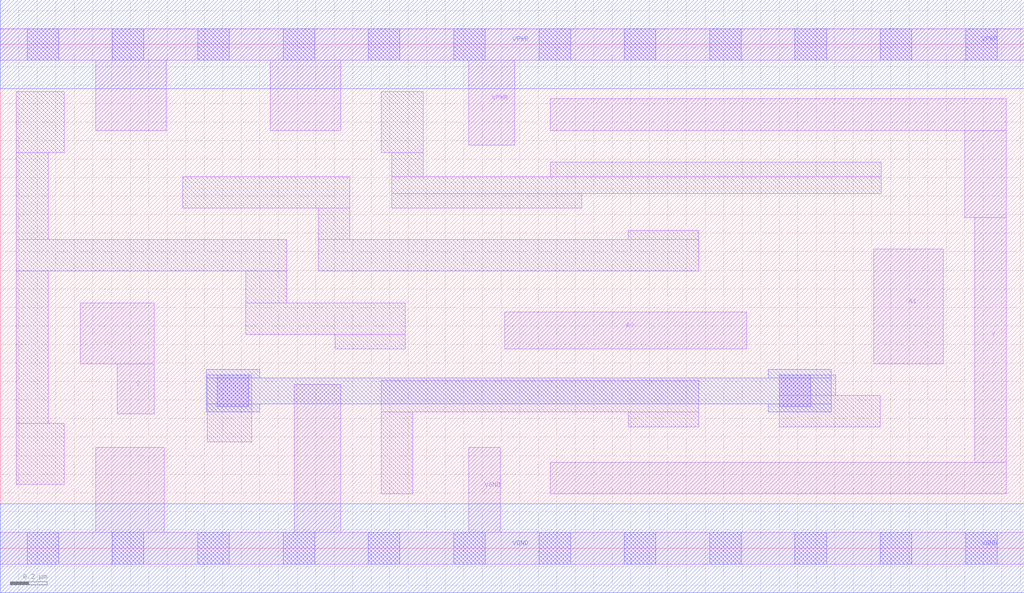
<source format=lef>
# Copyright 2020 The SkyWater PDK Authors
#
# Licensed under the Apache License, Version 2.0 (the "License");
# you may not use this file except in compliance with the License.
# You may obtain a copy of the License at
#
#     https://www.apache.org/licenses/LICENSE-2.0
#
# Unless required by applicable law or agreed to in writing, software
# distributed under the License is distributed on an "AS IS" BASIS,
# WITHOUT WARRANTIES OR CONDITIONS OF ANY KIND, either express or implied.
# See the License for the specific language governing permissions and
# limitations under the License.
#
# SPDX-License-Identifier: Apache-2.0

VERSION 5.7 ;
  NAMESCASESENSITIVE ON ;
  NOWIREEXTENSIONATPIN ON ;
  DIVIDERCHAR "/" ;
  BUSBITCHARS "[]" ;
UNITS
  DATABASE MICRONS 200 ;
END UNITS
PROPERTYDEFINITIONS
  MACRO maskLayoutSubType STRING ;
  MACRO prCellType STRING ;
  MACRO originalViewName STRING ;
END PROPERTYDEFINITIONS
MACRO sky130_fd_sc_hdll__mux2i_2
  CLASS CORE ;
  FOREIGN sky130_fd_sc_hdll__mux2i_2 ;
  ORIGIN  0.000000  0.000000 ;
  SIZE  5.520000 BY  2.720000 ;
  SYMMETRY X Y R90 ;
  SITE unithd ;
  PIN A0
    ANTENNAGATEAREA  0.555000 ;
    DIRECTION INPUT ;
    USE SIGNAL ;
    PORT
      LAYER li1 ;
        RECT 2.720000 1.075000 4.025000 1.275000 ;
    END
  END A0
  PIN A1
    ANTENNAGATEAREA  0.555000 ;
    DIRECTION INPUT ;
    USE SIGNAL ;
    PORT
      LAYER li1 ;
        RECT 4.710000 0.995000 5.085000 1.615000 ;
    END
  END A1
  PIN S
    ANTENNAGATEAREA  0.832500 ;
    DIRECTION INPUT ;
    USE SIGNAL ;
    PORT
      LAYER li1 ;
        RECT 0.430000 0.995000 0.830000 1.325000 ;
        RECT 0.630000 0.725000 0.830000 0.995000 ;
    END
  END S
  PIN Y
    ANTENNADIFFAREA  1.796250 ;
    DIRECTION OUTPUT ;
    USE SIGNAL ;
    PORT
      LAYER li1 ;
        RECT 2.965000 0.295000 5.425000 0.465000 ;
        RECT 2.965000 2.255000 5.425000 2.425000 ;
        RECT 5.200000 1.785000 5.425000 2.255000 ;
        RECT 5.255000 0.465000 5.425000 1.785000 ;
    END
  END Y
  PIN VGND
    DIRECTION INOUT ;
    USE GROUND ;
    PORT
      LAYER li1 ;
        RECT 0.000000 -0.085000 5.520000 0.085000 ;
        RECT 0.515000  0.085000 0.885000 0.545000 ;
        RECT 1.585000  0.085000 1.835000 0.885000 ;
        RECT 2.525000  0.085000 2.695000 0.545000 ;
      LAYER mcon ;
        RECT 0.145000 -0.085000 0.315000 0.085000 ;
        RECT 0.605000 -0.085000 0.775000 0.085000 ;
        RECT 1.065000 -0.085000 1.235000 0.085000 ;
        RECT 1.525000 -0.085000 1.695000 0.085000 ;
        RECT 1.985000 -0.085000 2.155000 0.085000 ;
        RECT 2.445000 -0.085000 2.615000 0.085000 ;
        RECT 2.905000 -0.085000 3.075000 0.085000 ;
        RECT 3.365000 -0.085000 3.535000 0.085000 ;
        RECT 3.825000 -0.085000 3.995000 0.085000 ;
        RECT 4.285000 -0.085000 4.455000 0.085000 ;
        RECT 4.745000 -0.085000 4.915000 0.085000 ;
        RECT 5.205000 -0.085000 5.375000 0.085000 ;
      LAYER met1 ;
        RECT 0.000000 -0.240000 5.520000 0.240000 ;
    END
  END VGND
  PIN VPWR
    DIRECTION INOUT ;
    USE POWER ;
    PORT
      LAYER li1 ;
        RECT 0.000000 2.635000 5.520000 2.805000 ;
        RECT 0.515000 2.255000 0.895000 2.635000 ;
        RECT 1.455000 2.255000 1.835000 2.635000 ;
        RECT 2.525000 2.175000 2.775000 2.635000 ;
      LAYER mcon ;
        RECT 0.145000 2.635000 0.315000 2.805000 ;
        RECT 0.605000 2.635000 0.775000 2.805000 ;
        RECT 1.065000 2.635000 1.235000 2.805000 ;
        RECT 1.525000 2.635000 1.695000 2.805000 ;
        RECT 1.985000 2.635000 2.155000 2.805000 ;
        RECT 2.445000 2.635000 2.615000 2.805000 ;
        RECT 2.905000 2.635000 3.075000 2.805000 ;
        RECT 3.365000 2.635000 3.535000 2.805000 ;
        RECT 3.825000 2.635000 3.995000 2.805000 ;
        RECT 4.285000 2.635000 4.455000 2.805000 ;
        RECT 4.745000 2.635000 4.915000 2.805000 ;
        RECT 5.205000 2.635000 5.375000 2.805000 ;
      LAYER met1 ;
        RECT 0.000000 2.480000 5.520000 2.960000 ;
    END
  END VPWR
  OBS
    LAYER li1 ;
      RECT 0.085000 0.345000 0.345000 0.675000 ;
      RECT 0.085000 0.675000 0.260000 1.495000 ;
      RECT 0.085000 1.495000 1.545000 1.665000 ;
      RECT 0.085000 1.665000 0.260000 2.135000 ;
      RECT 0.085000 2.135000 0.345000 2.465000 ;
      RECT 0.985000 1.835000 1.885000 2.005000 ;
      RECT 1.115000 0.575000 1.355000 0.935000 ;
      RECT 1.325000 1.155000 2.185000 1.325000 ;
      RECT 1.325000 1.325000 1.545000 1.495000 ;
      RECT 1.715000 1.495000 3.765000 1.665000 ;
      RECT 1.715000 1.665000 1.885000 1.835000 ;
      RECT 1.805000 1.075000 2.185000 1.155000 ;
      RECT 2.055000 0.295000 2.225000 0.735000 ;
      RECT 2.055000 0.735000 3.765000 0.905000 ;
      RECT 2.055000 2.135000 2.280000 2.465000 ;
      RECT 2.110000 1.835000 3.135000 1.915000 ;
      RECT 2.110000 1.915000 4.750000 2.005000 ;
      RECT 2.110000 2.005000 2.280000 2.135000 ;
      RECT 2.965000 2.005000 4.750000 2.085000 ;
      RECT 3.385000 0.655000 3.765000 0.735000 ;
      RECT 3.385000 1.665000 3.765000 1.715000 ;
      RECT 4.200000 0.655000 4.745000 0.825000 ;
      RECT 4.200000 0.825000 4.505000 0.935000 ;
    LAYER mcon ;
      RECT 1.170000 0.765000 1.340000 0.935000 ;
      RECT 4.200000 0.765000 4.370000 0.935000 ;
    LAYER met1 ;
      RECT 1.110000 0.735000 1.400000 0.780000 ;
      RECT 1.110000 0.780000 4.480000 0.920000 ;
      RECT 1.110000 0.920000 1.400000 0.965000 ;
      RECT 4.140000 0.735000 4.480000 0.780000 ;
      RECT 4.140000 0.920000 4.480000 0.965000 ;
  END
  PROPERTY maskLayoutSubType "abstract" ;
  PROPERTY prCellType "standard" ;
  PROPERTY originalViewName "layout" ;
END sky130_fd_sc_hdll__mux2i_2

</source>
